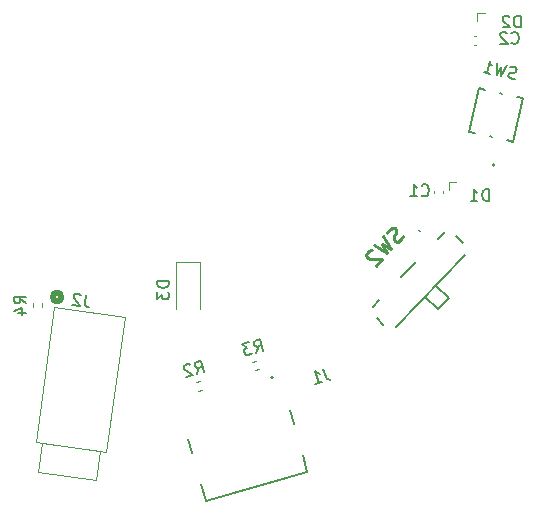
<source format=gbr>
%TF.GenerationSoftware,KiCad,Pcbnew,(7.0.0)*%
%TF.CreationDate,2023-05-27T10:45:59+01:00*%
%TF.ProjectId,left_connectors,6c656674-5f63-46f6-9e6e-6563746f7273,rev?*%
%TF.SameCoordinates,Original*%
%TF.FileFunction,Legend,Bot*%
%TF.FilePolarity,Positive*%
%FSLAX46Y46*%
G04 Gerber Fmt 4.6, Leading zero omitted, Abs format (unit mm)*
G04 Created by KiCad (PCBNEW (7.0.0)) date 2023-05-27 10:45:59*
%MOMM*%
%LPD*%
G01*
G04 APERTURE LIST*
%ADD10C,0.150000*%
%ADD11C,0.254000*%
%ADD12C,0.508000*%
%ADD13C,0.100000*%
%ADD14C,0.200000*%
%ADD15C,0.120000*%
%ADD16C,0.152400*%
G04 APERTURE END LIST*
D10*
%TO.C,D2*%
X141638094Y-49567380D02*
X141638094Y-48567380D01*
X141638094Y-48567380D02*
X141399999Y-48567380D01*
X141399999Y-48567380D02*
X141257142Y-48615000D01*
X141257142Y-48615000D02*
X141161904Y-48710238D01*
X141161904Y-48710238D02*
X141114285Y-48805476D01*
X141114285Y-48805476D02*
X141066666Y-48995952D01*
X141066666Y-48995952D02*
X141066666Y-49138809D01*
X141066666Y-49138809D02*
X141114285Y-49329285D01*
X141114285Y-49329285D02*
X141161904Y-49424523D01*
X141161904Y-49424523D02*
X141257142Y-49519761D01*
X141257142Y-49519761D02*
X141399999Y-49567380D01*
X141399999Y-49567380D02*
X141638094Y-49567380D01*
X140685713Y-48662619D02*
X140638094Y-48615000D01*
X140638094Y-48615000D02*
X140542856Y-48567380D01*
X140542856Y-48567380D02*
X140304761Y-48567380D01*
X140304761Y-48567380D02*
X140209523Y-48615000D01*
X140209523Y-48615000D02*
X140161904Y-48662619D01*
X140161904Y-48662619D02*
X140114285Y-48757857D01*
X140114285Y-48757857D02*
X140114285Y-48853095D01*
X140114285Y-48853095D02*
X140161904Y-48995952D01*
X140161904Y-48995952D02*
X140733332Y-49567380D01*
X140733332Y-49567380D02*
X140114285Y-49567380D01*
D11*
%TO.C,SW2*%
X131668050Y-67263453D02*
X131585589Y-67436004D01*
X131585589Y-67436004D02*
X131375621Y-67653599D01*
X131375621Y-67653599D02*
X131248114Y-67698643D01*
X131248114Y-67698643D02*
X131162602Y-67700169D01*
X131162602Y-67700169D02*
X131033570Y-67659701D01*
X131033570Y-67659701D02*
X130946532Y-67575714D01*
X130946532Y-67575714D02*
X130901487Y-67448207D01*
X130901487Y-67448207D02*
X130899962Y-67362695D01*
X130899962Y-67362695D02*
X130940430Y-67233663D01*
X130940430Y-67233663D02*
X131064885Y-67017593D01*
X131064885Y-67017593D02*
X131105353Y-66888562D01*
X131105353Y-66888562D02*
X131103828Y-66803049D01*
X131103828Y-66803049D02*
X131058783Y-66675543D01*
X131058783Y-66675543D02*
X130971745Y-66591555D01*
X130971745Y-66591555D02*
X130842714Y-66551087D01*
X130842714Y-66551087D02*
X130757201Y-66552613D01*
X130757201Y-66552613D02*
X130629695Y-66597657D01*
X130629695Y-66597657D02*
X130419727Y-66815253D01*
X130419727Y-66815253D02*
X130337265Y-66987803D01*
X129999791Y-67250443D02*
X130703723Y-68349904D01*
X130703723Y-68349904D02*
X129882963Y-67894076D01*
X129882963Y-67894076D02*
X130367774Y-68698056D01*
X130367774Y-68698056D02*
X129243906Y-68033786D01*
X129036989Y-68422407D02*
X128951476Y-68423933D01*
X128951476Y-68423933D02*
X128823970Y-68468977D01*
X128823970Y-68468977D02*
X128614002Y-68686573D01*
X128614002Y-68686573D02*
X128573534Y-68815604D01*
X128573534Y-68815604D02*
X128575060Y-68901117D01*
X128575060Y-68901117D02*
X128620104Y-69028623D01*
X128620104Y-69028623D02*
X128707142Y-69112610D01*
X128707142Y-69112610D02*
X128879693Y-69195072D01*
X128879693Y-69195072D02*
X129905845Y-69176766D01*
X129905845Y-69176766D02*
X129359928Y-69742514D01*
D10*
%TO.C,R2*%
X114260458Y-78908070D02*
X114451435Y-78359074D01*
X114810267Y-78752376D02*
X114537802Y-77790210D01*
X114537802Y-77790210D02*
X114171263Y-77894006D01*
X114171263Y-77894006D02*
X114092603Y-77965773D01*
X114092603Y-77965773D02*
X114059760Y-78024565D01*
X114059760Y-78024565D02*
X114039892Y-78129174D01*
X114039892Y-78129174D02*
X114078815Y-78266626D01*
X114078815Y-78266626D02*
X114150582Y-78345287D01*
X114150582Y-78345287D02*
X114209374Y-78378130D01*
X114209374Y-78378130D02*
X114313983Y-78397998D01*
X114313983Y-78397998D02*
X114680522Y-78294202D01*
X113647403Y-78141335D02*
X113588611Y-78108493D01*
X113588611Y-78108493D02*
X113484002Y-78088624D01*
X113484002Y-78088624D02*
X113254915Y-78153497D01*
X113254915Y-78153497D02*
X113176255Y-78225263D01*
X113176255Y-78225263D02*
X113143412Y-78284055D01*
X113143412Y-78284055D02*
X113123543Y-78388665D01*
X113123543Y-78388665D02*
X113149492Y-78480299D01*
X113149492Y-78480299D02*
X113234233Y-78604777D01*
X113234233Y-78604777D02*
X113939737Y-78998892D01*
X113939737Y-78998892D02*
X113344110Y-79167561D01*
%TO.C,R3*%
X119260458Y-77108070D02*
X119451435Y-76559074D01*
X119810267Y-76952376D02*
X119537802Y-75990210D01*
X119537802Y-75990210D02*
X119171263Y-76094006D01*
X119171263Y-76094006D02*
X119092603Y-76165773D01*
X119092603Y-76165773D02*
X119059760Y-76224565D01*
X119059760Y-76224565D02*
X119039892Y-76329174D01*
X119039892Y-76329174D02*
X119078815Y-76466626D01*
X119078815Y-76466626D02*
X119150582Y-76545287D01*
X119150582Y-76545287D02*
X119209374Y-76578130D01*
X119209374Y-76578130D02*
X119313983Y-76597998D01*
X119313983Y-76597998D02*
X119680522Y-76494202D01*
X118667272Y-76236726D02*
X118071645Y-76405395D01*
X118071645Y-76405395D02*
X118496163Y-76681113D01*
X118496163Y-76681113D02*
X118358711Y-76720036D01*
X118358711Y-76720036D02*
X118280051Y-76791803D01*
X118280051Y-76791803D02*
X118247208Y-76850595D01*
X118247208Y-76850595D02*
X118227339Y-76955204D01*
X118227339Y-76955204D02*
X118292212Y-77184291D01*
X118292212Y-77184291D02*
X118363979Y-77262951D01*
X118363979Y-77262951D02*
X118422770Y-77295794D01*
X118422770Y-77295794D02*
X118527380Y-77315663D01*
X118527380Y-77315663D02*
X118802284Y-77237815D01*
X118802284Y-77237815D02*
X118880945Y-77166049D01*
X118880945Y-77166049D02*
X118913787Y-77107257D01*
%TO.C,R4*%
X99767380Y-72933333D02*
X99291190Y-72600000D01*
X99767380Y-72361905D02*
X98767380Y-72361905D01*
X98767380Y-72361905D02*
X98767380Y-72742857D01*
X98767380Y-72742857D02*
X98815000Y-72838095D01*
X98815000Y-72838095D02*
X98862619Y-72885714D01*
X98862619Y-72885714D02*
X98957857Y-72933333D01*
X98957857Y-72933333D02*
X99100714Y-72933333D01*
X99100714Y-72933333D02*
X99195952Y-72885714D01*
X99195952Y-72885714D02*
X99243571Y-72838095D01*
X99243571Y-72838095D02*
X99291190Y-72742857D01*
X99291190Y-72742857D02*
X99291190Y-72361905D01*
X99100714Y-73790476D02*
X99767380Y-73790476D01*
X98719761Y-73552381D02*
X99434047Y-73314286D01*
X99434047Y-73314286D02*
X99434047Y-73933333D01*
%TO.C,D1*%
X138938094Y-64267380D02*
X138938094Y-63267380D01*
X138938094Y-63267380D02*
X138699999Y-63267380D01*
X138699999Y-63267380D02*
X138557142Y-63315000D01*
X138557142Y-63315000D02*
X138461904Y-63410238D01*
X138461904Y-63410238D02*
X138414285Y-63505476D01*
X138414285Y-63505476D02*
X138366666Y-63695952D01*
X138366666Y-63695952D02*
X138366666Y-63838809D01*
X138366666Y-63838809D02*
X138414285Y-64029285D01*
X138414285Y-64029285D02*
X138461904Y-64124523D01*
X138461904Y-64124523D02*
X138557142Y-64219761D01*
X138557142Y-64219761D02*
X138699999Y-64267380D01*
X138699999Y-64267380D02*
X138938094Y-64267380D01*
X137414285Y-64267380D02*
X137985713Y-64267380D01*
X137699999Y-64267380D02*
X137699999Y-63267380D01*
X137699999Y-63267380D02*
X137795237Y-63410238D01*
X137795237Y-63410238D02*
X137890475Y-63505476D01*
X137890475Y-63505476D02*
X137985713Y-63553095D01*
%TO.C,D3*%
X111867380Y-71061905D02*
X110867380Y-71061905D01*
X110867380Y-71061905D02*
X110867380Y-71300000D01*
X110867380Y-71300000D02*
X110915000Y-71442857D01*
X110915000Y-71442857D02*
X111010238Y-71538095D01*
X111010238Y-71538095D02*
X111105476Y-71585714D01*
X111105476Y-71585714D02*
X111295952Y-71633333D01*
X111295952Y-71633333D02*
X111438809Y-71633333D01*
X111438809Y-71633333D02*
X111629285Y-71585714D01*
X111629285Y-71585714D02*
X111724523Y-71538095D01*
X111724523Y-71538095D02*
X111819761Y-71442857D01*
X111819761Y-71442857D02*
X111867380Y-71300000D01*
X111867380Y-71300000D02*
X111867380Y-71061905D01*
X110867380Y-71966667D02*
X110867380Y-72585714D01*
X110867380Y-72585714D02*
X111248333Y-72252381D01*
X111248333Y-72252381D02*
X111248333Y-72395238D01*
X111248333Y-72395238D02*
X111295952Y-72490476D01*
X111295952Y-72490476D02*
X111343571Y-72538095D01*
X111343571Y-72538095D02*
X111438809Y-72585714D01*
X111438809Y-72585714D02*
X111676904Y-72585714D01*
X111676904Y-72585714D02*
X111772142Y-72538095D01*
X111772142Y-72538095D02*
X111819761Y-72490476D01*
X111819761Y-72490476D02*
X111867380Y-72395238D01*
X111867380Y-72395238D02*
X111867380Y-72109524D01*
X111867380Y-72109524D02*
X111819761Y-72014286D01*
X111819761Y-72014286D02*
X111772142Y-71966667D01*
%TO.C,C1*%
X133266666Y-63772142D02*
X133314285Y-63819761D01*
X133314285Y-63819761D02*
X133457142Y-63867380D01*
X133457142Y-63867380D02*
X133552380Y-63867380D01*
X133552380Y-63867380D02*
X133695237Y-63819761D01*
X133695237Y-63819761D02*
X133790475Y-63724523D01*
X133790475Y-63724523D02*
X133838094Y-63629285D01*
X133838094Y-63629285D02*
X133885713Y-63438809D01*
X133885713Y-63438809D02*
X133885713Y-63295952D01*
X133885713Y-63295952D02*
X133838094Y-63105476D01*
X133838094Y-63105476D02*
X133790475Y-63010238D01*
X133790475Y-63010238D02*
X133695237Y-62915000D01*
X133695237Y-62915000D02*
X133552380Y-62867380D01*
X133552380Y-62867380D02*
X133457142Y-62867380D01*
X133457142Y-62867380D02*
X133314285Y-62915000D01*
X133314285Y-62915000D02*
X133266666Y-62962619D01*
X132314285Y-63867380D02*
X132885713Y-63867380D01*
X132599999Y-63867380D02*
X132599999Y-62867380D01*
X132599999Y-62867380D02*
X132695237Y-63010238D01*
X132695237Y-63010238D02*
X132790475Y-63105476D01*
X132790475Y-63105476D02*
X132885713Y-63153095D01*
%TO.C,J1*%
X124948355Y-78500493D02*
X125142973Y-79187755D01*
X125142973Y-79187755D02*
X125227714Y-79312232D01*
X125227714Y-79312232D02*
X125345298Y-79377918D01*
X125345298Y-79377918D02*
X125495724Y-79384812D01*
X125495724Y-79384812D02*
X125587359Y-79358863D01*
X124258654Y-79735124D02*
X124808463Y-79579430D01*
X124533559Y-79657277D02*
X124261094Y-78695111D01*
X124261094Y-78695111D02*
X124391652Y-78806615D01*
X124391652Y-78806615D02*
X124509236Y-78872300D01*
X124509236Y-78872300D02*
X124613845Y-78892169D01*
%TO.C,C2*%
X140866666Y-50872142D02*
X140914285Y-50919761D01*
X140914285Y-50919761D02*
X141057142Y-50967380D01*
X141057142Y-50967380D02*
X141152380Y-50967380D01*
X141152380Y-50967380D02*
X141295237Y-50919761D01*
X141295237Y-50919761D02*
X141390475Y-50824523D01*
X141390475Y-50824523D02*
X141438094Y-50729285D01*
X141438094Y-50729285D02*
X141485713Y-50538809D01*
X141485713Y-50538809D02*
X141485713Y-50395952D01*
X141485713Y-50395952D02*
X141438094Y-50205476D01*
X141438094Y-50205476D02*
X141390475Y-50110238D01*
X141390475Y-50110238D02*
X141295237Y-50015000D01*
X141295237Y-50015000D02*
X141152380Y-49967380D01*
X141152380Y-49967380D02*
X141057142Y-49967380D01*
X141057142Y-49967380D02*
X140914285Y-50015000D01*
X140914285Y-50015000D02*
X140866666Y-50062619D01*
X140485713Y-50062619D02*
X140438094Y-50015000D01*
X140438094Y-50015000D02*
X140342856Y-49967380D01*
X140342856Y-49967380D02*
X140104761Y-49967380D01*
X140104761Y-49967380D02*
X140009523Y-50015000D01*
X140009523Y-50015000D02*
X139961904Y-50062619D01*
X139961904Y-50062619D02*
X139914285Y-50157857D01*
X139914285Y-50157857D02*
X139914285Y-50253095D01*
X139914285Y-50253095D02*
X139961904Y-50395952D01*
X139961904Y-50395952D02*
X140533332Y-50967380D01*
X140533332Y-50967380D02*
X139914285Y-50967380D01*
%TO.C,J2*%
X104816866Y-72219017D02*
X104719000Y-72926567D01*
X104719000Y-72926567D02*
X104746597Y-73074601D01*
X104746597Y-73074601D02*
X104827888Y-73181990D01*
X104827888Y-73181990D02*
X104962874Y-73248733D01*
X104962874Y-73248733D02*
X105057213Y-73261782D01*
X104379287Y-72254638D02*
X104338642Y-72200943D01*
X104338642Y-72200943D02*
X104250826Y-72140724D01*
X104250826Y-72140724D02*
X104014976Y-72108102D01*
X104014976Y-72108102D02*
X103914112Y-72142224D01*
X103914112Y-72142224D02*
X103860418Y-72182869D01*
X103860418Y-72182869D02*
X103800199Y-72270685D01*
X103800199Y-72270685D02*
X103787150Y-72365025D01*
X103787150Y-72365025D02*
X103814747Y-72513059D01*
X103814747Y-72513059D02*
X104302494Y-73157391D01*
X104302494Y-73157391D02*
X103689284Y-73072574D01*
%TO.C,SW1*%
X141126437Y-53913085D02*
X140976512Y-53927154D01*
X140976512Y-53927154D02*
X140744588Y-53873295D01*
X140744588Y-53873295D02*
X140662590Y-53805366D01*
X140662590Y-53805366D02*
X140626978Y-53748210D01*
X140626978Y-53748210D02*
X140602137Y-53644668D01*
X140602137Y-53644668D02*
X140623680Y-53551899D01*
X140623680Y-53551899D02*
X140691609Y-53469902D01*
X140691609Y-53469902D02*
X140748765Y-53434289D01*
X140748765Y-53434289D02*
X140852307Y-53409448D01*
X140852307Y-53409448D02*
X141048617Y-53406151D01*
X141048617Y-53406151D02*
X141152159Y-53381310D01*
X141152159Y-53381310D02*
X141209315Y-53345697D01*
X141209315Y-53345697D02*
X141277244Y-53263699D01*
X141277244Y-53263699D02*
X141298787Y-53170930D01*
X141298787Y-53170930D02*
X141273946Y-53067389D01*
X141273946Y-53067389D02*
X141238334Y-53010232D01*
X141238334Y-53010232D02*
X141156336Y-52942304D01*
X141156336Y-52942304D02*
X140924413Y-52888444D01*
X140924413Y-52888444D02*
X140774487Y-52902513D01*
X140460566Y-52780725D02*
X140002433Y-53700945D01*
X140002433Y-53700945D02*
X139978472Y-52962087D01*
X139978472Y-52962087D02*
X139631355Y-53614770D01*
X139631355Y-53614770D02*
X139625641Y-52586832D01*
X138518122Y-53356245D02*
X139074739Y-53485507D01*
X138796431Y-53420876D02*
X139022640Y-52446797D01*
X139022640Y-52446797D02*
X139083094Y-52607495D01*
X139083094Y-52607495D02*
X139154319Y-52721808D01*
X139154319Y-52721808D02*
X139236317Y-52789737D01*
D12*
%TO.C,J3*%
X102772999Y-72400000D02*
G75*
G03*
X102772999Y-72400000I-381000J0D01*
G01*
D13*
%TO.C,D2*%
X137950000Y-49000000D02*
X137950000Y-48350000D01*
X137950000Y-48350000D02*
X138600000Y-48350000D01*
D14*
%TO.C,SW2*%
X136179911Y-67232156D02*
X136755596Y-67787661D01*
X135219793Y-66931035D02*
X134664287Y-67506720D01*
X136951893Y-68880350D02*
X131119084Y-74925044D01*
D13*
X133096288Y-66827472D02*
X133096288Y-66827472D01*
X133024327Y-66758034D02*
X133024327Y-66758034D01*
D14*
X132789455Y-69449657D02*
X131539568Y-70744949D01*
X135566247Y-72476526D02*
X134663550Y-73412014D01*
X134486837Y-71434953D02*
X135566247Y-72476526D01*
X134663550Y-73412014D02*
X133584140Y-72370441D01*
X129664736Y-72687887D02*
X129109230Y-73263572D01*
X129444404Y-74212339D02*
X130020089Y-74767844D01*
D13*
X133024327Y-66758034D02*
G75*
G03*
X133096288Y-66827472I35980J-34719D01*
G01*
X133096287Y-66827471D02*
G75*
G03*
X133024327Y-66758034I-35980J34718D01*
G01*
D15*
%TO.C,R2*%
X114668149Y-80255458D02*
X114345591Y-80346800D01*
X114461075Y-79524212D02*
X114138517Y-79615554D01*
%TO.C,R3*%
X118935184Y-77880048D02*
X119257742Y-77788706D01*
X119142258Y-78611294D02*
X119464816Y-78519952D01*
%TO.C,R4*%
X100320000Y-73267621D02*
X100320000Y-72932379D01*
X101080000Y-73267621D02*
X101080000Y-72932379D01*
D13*
%TO.C,D1*%
X135550000Y-63300000D02*
X135550000Y-62650000D01*
X135550000Y-62650000D02*
X136200000Y-62650000D01*
D15*
%TO.C,D3*%
X114500000Y-69440000D02*
X114500000Y-73450000D01*
X112500000Y-69440000D02*
X114500000Y-69440000D01*
X112500000Y-69440000D02*
X112500000Y-73450000D01*
%TO.C,C1*%
X134340000Y-63615835D02*
X134340000Y-63384165D01*
X135060000Y-63615835D02*
X135060000Y-63384165D01*
D14*
%TO.C,J1*%
X123581205Y-87197069D02*
X114979443Y-89632906D01*
X123175232Y-85763442D02*
X123581205Y-87197069D01*
X122104445Y-81982131D02*
X122434127Y-83146352D01*
X114979443Y-89632906D02*
X114573471Y-88199279D01*
X113502683Y-84417968D02*
X113832366Y-85582188D01*
X120698632Y-79197040D02*
G75*
G03*
X120698632Y-79197040I-99999J0D01*
G01*
D15*
%TO.C,C2*%
X137883335Y-51060000D02*
X137651665Y-51060000D01*
X137883335Y-50340000D02*
X137651665Y-50340000D01*
%TO.C,J2*%
X108104830Y-74095914D02*
X102161414Y-73273840D01*
X102161414Y-73273840D02*
X100585773Y-84665388D01*
X100585773Y-84665388D02*
X106529188Y-85487462D01*
X106529188Y-85487462D02*
X108104830Y-74095914D01*
X106033903Y-85418956D02*
X101081056Y-84733894D01*
X101081056Y-84733894D02*
X100738525Y-87210317D01*
X100738525Y-87210317D02*
X105691372Y-87895379D01*
X105691372Y-87895379D02*
X106033903Y-85418956D01*
D16*
%TO.C,SW1*%
X137299674Y-58388017D02*
X138150040Y-54726260D01*
X137788719Y-58501587D02*
X137299674Y-58388017D01*
X139230357Y-58836377D02*
X139080231Y-58801513D01*
X141010914Y-59249874D02*
X140521869Y-59136304D01*
X138150040Y-54726260D02*
X138639085Y-54839830D01*
X139930597Y-55139757D02*
X140080723Y-55174621D01*
X141372235Y-55474547D02*
X141861280Y-55588117D01*
X141861280Y-55588117D02*
X141010914Y-59249874D01*
X139456188Y-61232079D02*
G75*
G03*
X139456188Y-61232079I-101601J0D01*
G01*
%TD*%
M02*

</source>
